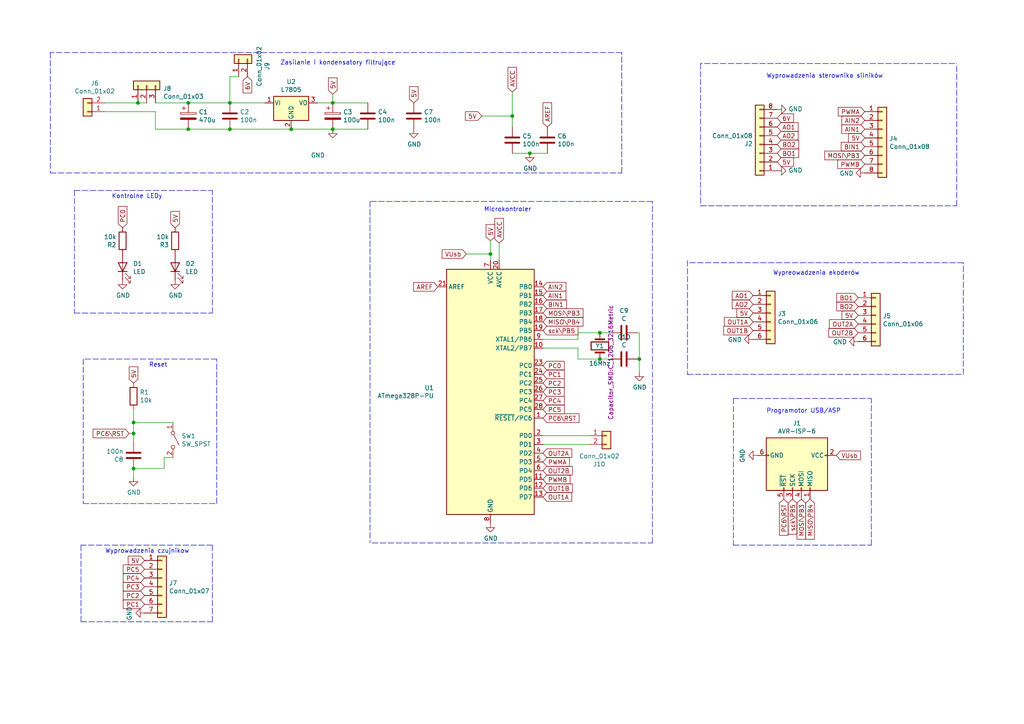
<source format=kicad_sch>
(kicad_sch (version 20211123) (generator eeschema)
  (paper "A4")
  (lib_symbols
    (symbol "Connector:AVR-ISP-6" (pin_names (offset 1.016))
      (property "Reference" "J" (at -6.35 11.43 0))
      (property "Value" "AVR-ISP-6" (at 0 11.43 0))
      (symbol "AVR-ISP-6_0_1"
        (rectangle (start -2.667 -6.858) (end -2.413 -7.62))
        (rectangle (start -2.667 10.16) (end -2.413 9.398))
        (rectangle (start 7.62 -2.413) (end 6.858 -2.667))
        (rectangle (start 7.62 0.127) (end 6.858 -0.127))
        (rectangle (start 7.62 2.667) (end 6.858 2.413))
        (rectangle (start 7.62 5.207) (end 6.858 4.953))
        (rectangle (start 7.62 10.16) (end -7.62 -7.62) (stroke (width 0.254)) (fill (type background)))
      )
      (symbol "AVR-ISP-6_1_1"
        (pin passive line (at 10.16 5.08 180) (length 2.54) (name "MISO") (number "1"))
        (pin passive line (at -2.54 12.7 270) (length 2.54) (name "VCC") (number "2"))
        (pin passive line (at 10.16 0 180) (length 2.54) (name "SCK") (number "3"))
        (pin passive line (at 10.16 2.54 180) (length 2.54) (name "MOSI") (number "4"))
        (pin passive line (at 10.16 -2.54 180) (length 2.54) (name "~{RST}") (number "5"))
        (pin passive line (at -2.54 -10.16 90) (length 2.54) (name "GND") (number "6"))
      )
    )
    (symbol "Connector_Generic:Conn_01x02" (pin_names (offset 1.016) hide)
      (property "Reference" "J" (at 0 2.54 0))
      (property "Value" "Conn_01x02" (at 0 -5.08 0))
      (symbol "Conn_01x02_1_1"
        (rectangle (start -1.27 -2.413) (end 0 -2.667) (stroke (width 0.1524)))
        (rectangle (start -1.27 0.127) (end 0 -0.127) (stroke (width 0.1524)))
        (rectangle (start -1.27 1.27) (end 1.27 -3.81) (stroke (width 0.254)) (fill (type background)))
        (pin passive line (at -5.08 0 0) (length 3.81) (name "Pin_1") (number "1"))
        (pin passive line (at -5.08 -2.54 0) (length 3.81) (name "Pin_2") (number "2"))
      )
    )
    (symbol "Connector_Generic:Conn_01x03" (pin_names (offset 1.016) hide)
      (property "Reference" "J" (at 0 5.08 0))
      (property "Value" "Conn_01x03" (at 0 -5.08 0))
      (symbol "Conn_01x03_1_1"
        (rectangle (start -1.27 -2.413) (end 0 -2.667) (stroke (width 0.1524)))
        (rectangle (start -1.27 0.127) (end 0 -0.127) (stroke (width 0.1524)))
        (rectangle (start -1.27 2.667) (end 0 2.413) (stroke (width 0.1524)))
        (rectangle (start -1.27 3.81) (end 1.27 -3.81) (stroke (width 0.254)) (fill (type background)))
        (pin passive line (at -5.08 2.54 0) (length 3.81) (name "Pin_1") (number "1"))
        (pin passive line (at -5.08 0 0) (length 3.81) (name "Pin_2") (number "2"))
        (pin passive line (at -5.08 -2.54 0) (length 3.81) (name "Pin_3") (number "3"))
      )
    )
    (symbol "Connector_Generic:Conn_01x06" (pin_names (offset 1.016) hide)
      (property "Reference" "J" (at 0 7.62 0))
      (property "Value" "Conn_01x06" (at 0 -10.16 0))
      (symbol "Conn_01x06_1_1"
        (rectangle (start -1.27 -7.493) (end 0 -7.747) (stroke (width 0.1524)))
        (rectangle (start -1.27 -4.953) (end 0 -5.207) (stroke (width 0.1524)))
        (rectangle (start -1.27 -2.413) (end 0 -2.667) (stroke (width 0.1524)))
        (rectangle (start -1.27 0.127) (end 0 -0.127) (stroke (width 0.1524)))
        (rectangle (start -1.27 2.667) (end 0 2.413) (stroke (width 0.1524)))
        (rectangle (start -1.27 5.207) (end 0 4.953) (stroke (width 0.1524)))
        (rectangle (start -1.27 6.35) (end 1.27 -8.89) (stroke (width 0.254)) (fill (type background)))
        (pin passive line (at -5.08 5.08 0) (length 3.81) (name "Pin_1") (number "1"))
        (pin passive line (at -5.08 2.54 0) (length 3.81) (name "Pin_2") (number "2"))
        (pin passive line (at -5.08 0 0) (length 3.81) (name "Pin_3") (number "3"))
        (pin passive line (at -5.08 -2.54 0) (length 3.81) (name "Pin_4") (number "4"))
        (pin passive line (at -5.08 -5.08 0) (length 3.81) (name "Pin_5") (number "5"))
        (pin passive line (at -5.08 -7.62 0) (length 3.81) (name "Pin_6") (number "6"))
      )
    )
    (symbol "Connector_Generic:Conn_01x07" (pin_names (offset 1.016) hide)
      (property "Reference" "J" (at 0 10.16 0))
      (property "Value" "Conn_01x07" (at 0 -10.16 0))
      (symbol "Conn_01x07_1_1"
        (rectangle (start -1.27 -7.493) (end 0 -7.747) (stroke (width 0.1524)))
        (rectangle (start -1.27 -4.953) (end 0 -5.207) (stroke (width 0.1524)))
        (rectangle (start -1.27 -2.413) (end 0 -2.667) (stroke (width 0.1524)))
        (rectangle (start -1.27 0.127) (end 0 -0.127) (stroke (width 0.1524)))
        (rectangle (start -1.27 2.667) (end 0 2.413) (stroke (width 0.1524)))
        (rectangle (start -1.27 5.207) (end 0 4.953) (stroke (width 0.1524)))
        (rectangle (start -1.27 7.747) (end 0 7.493) (stroke (width 0.1524)))
        (rectangle (start -1.27 8.89) (end 1.27 -8.89) (stroke (width 0.254)) (fill (type background)))
        (pin passive line (at -5.08 7.62 0) (length 3.81) (name "Pin_1") (number "1"))
        (pin passive line (at -5.08 5.08 0) (length 3.81) (name "Pin_2") (number "2"))
        (pin passive line (at -5.08 2.54 0) (length 3.81) (name "Pin_3") (number "3"))
        (pin passive line (at -5.08 0 0) (length 3.81) (name "Pin_4") (number "4"))
        (pin passive line (at -5.08 -2.54 0) (length 3.81) (name "Pin_5") (number "5"))
        (pin passive line (at -5.08 -5.08 0) (length 3.81) (name "Pin_6") (number "6"))
        (pin passive line (at -5.08 -7.62 0) (length 3.81) (name "Pin_7") (number "7"))
      )
    )
    (symbol "Connector_Generic:Conn_01x08" (pin_names (offset 1.016) hide)
      (property "Reference" "J" (at 0 10.16 0))
      (property "Value" "Conn_01x08" (at 0 -12.7 0))
      (symbol "Conn_01x08_1_1"
        (rectangle (start -1.27 -10.033) (end 0 -10.287) (stroke (width 0.1524)))
        (rectangle (start -1.27 -7.493) (end 0 -7.747) (stroke (width 0.1524)))
        (rectangle (start -1.27 -4.953) (end 0 -5.207) (stroke (width 0.1524)))
        (rectangle (start -1.27 -2.413) (end 0 -2.667) (stroke (width 0.1524)))
        (rectangle (start -1.27 0.127) (end 0 -0.127) (stroke (width 0.1524)))
        (rectangle (start -1.27 2.667) (end 0 2.413) (stroke (width 0.1524)))
        (rectangle (start -1.27 5.207) (end 0 4.953) (stroke (width 0.1524)))
        (rectangle (start -1.27 7.747) (end 0 7.493) (stroke (width 0.1524)))
        (rectangle (start -1.27 8.89) (end 1.27 -11.43) (stroke (width 0.254)) (fill (type background)))
        (pin passive line (at -5.08 7.62 0) (length 3.81) (name "Pin_1") (number "1"))
        (pin passive line (at -5.08 5.08 0) (length 3.81) (name "Pin_2") (number "2"))
        (pin passive line (at -5.08 2.54 0) (length 3.81) (name "Pin_3") (number "3"))
        (pin passive line (at -5.08 0 0) (length 3.81) (name "Pin_4") (number "4"))
        (pin passive line (at -5.08 -2.54 0) (length 3.81) (name "Pin_5") (number "5"))
        (pin passive line (at -5.08 -5.08 0) (length 3.81) (name "Pin_6") (number "6"))
        (pin passive line (at -5.08 -7.62 0) (length 3.81) (name "Pin_7") (number "7"))
        (pin passive line (at -5.08 -10.16 0) (length 3.81) (name "Pin_8") (number "8"))
      )
    )
    (symbol "Device:C" (pin_numbers hide) (pin_names (offset 0.254))
      (property "Reference" "C" (at 0.635 2.54 0))
      (property "Value" "C" (at 0.635 -2.54 0))
      (symbol "C_0_1"
        (polyline (pts (xy -2.032 -0.762) (xy 2.032 -0.762)) (stroke (width 0.508)))
        (polyline (pts (xy -2.032 0.762) (xy 2.032 0.762)) (stroke (width 0.508)))
      )
      (symbol "C_1_1"
        (pin passive line (at 0 3.81 270) (length 2.794) (name "~") (number "1"))
        (pin passive line (at 0 -3.81 90) (length 2.794) (name "~") (number "2"))
      )
    )
    (symbol "Device:Crystal" (pin_numbers hide) (pin_names (offset 1.016) hide)
      (property "Reference" "Y" (at 0 3.81 0))
      (property "Value" "Crystal" (at 0 -3.81 0))
      (symbol "Crystal_0_1"
        (rectangle (start -1.143 2.54) (end 1.143 -2.54) (stroke (width 0.3048)))
        (polyline (pts (xy -2.54 0) (xy -1.905 0)))
        (polyline (pts (xy -1.905 -1.27) (xy -1.905 1.27)) (stroke (width 0.508)))
        (polyline (pts (xy 1.905 -1.27) (xy 1.905 1.27)) (stroke (width 0.508)))
        (polyline (pts (xy 2.54 0) (xy 1.905 0)))
      )
      (symbol "Crystal_1_1"
        (pin passive line (at -3.81 0 0) (length 1.27) (name "1") (number "1"))
        (pin passive line (at 3.81 0 180) (length 1.27) (name "2") (number "2"))
      )
    )
    (symbol "Device:LED" (pin_numbers hide) (pin_names (offset 1.016) hide)
      (property "Reference" "D" (at 0 2.54 0))
      (property "Value" "LED" (at 0 -2.54 0))
      (symbol "LED_0_1"
        (polyline (pts (xy -1.27 -1.27) (xy -1.27 1.27)) (stroke (width 0.254)))
        (polyline (pts (xy -1.27 0) (xy 1.27 0)))
        (polyline (pts (xy 1.27 -1.27) (xy 1.27 1.27) (xy -1.27 0) (xy 1.27 -1.27)) (stroke (width 0.254)))
        (polyline (pts (xy -3.048 -0.762) (xy -4.572 -2.286) (xy -3.81 -2.286) (xy -4.572 -2.286) (xy -4.572 -1.524)))
        (polyline (pts (xy -1.778 -0.762) (xy -3.302 -2.286) (xy -2.54 -2.286) (xy -3.302 -2.286) (xy -3.302 -1.524)))
      )
      (symbol "LED_1_1"
        (pin passive line (at -3.81 0 0) (length 2.54) (name "K") (number "1"))
        (pin passive line (at 3.81 0 180) (length 2.54) (name "A") (number "2"))
      )
    )
    (symbol "Device:R" (pin_numbers hide) (pin_names (offset 0))
      (property "Reference" "R" (at 2.032 0 90))
      (property "Value" "R" (at 0 0 90))
      (symbol "R_0_1"
        (rectangle (start -1.016 -2.54) (end 1.016 2.54) (stroke (width 0.254)))
      )
      (symbol "R_1_1"
        (pin passive line (at 0 3.81 270) (length 1.27) (name "~") (number "1"))
        (pin passive line (at 0 -3.81 90) (length 1.27) (name "~") (number "2"))
      )
    )
    (symbol "RM1-rescue:ATmega328P-PU-MCU_Microchip_ATmega"
      (property "Reference" "U" (at -12.7 36.83 0))
      (property "Value" "ATmega328P-PU-MCU_Microchip_ATmega" (at 2.54 -36.83 0))
      (symbol "ATmega328P-PU-MCU_Microchip_ATmega_0_1"
        (rectangle (start -12.7 -35.56) (end 12.7 35.56) (stroke (width 0.254)) (fill (type background)))
      )
      (symbol "ATmega328P-PU-MCU_Microchip_ATmega_1_1"
        (pin bidirectional line (at 15.24 -7.62 180) (length 2.54) (name "~{RESET}/PC6") (number "1"))
        (pin bidirectional line (at 15.24 12.7 180) (length 2.54) (name "XTAL2/PB7") (number "10"))
        (pin bidirectional line (at 15.24 -25.4 180) (length 2.54) (name "PD5") (number "11"))
        (pin bidirectional line (at 15.24 -27.94 180) (length 2.54) (name "PD6") (number "12"))
        (pin bidirectional line (at 15.24 -30.48 180) (length 2.54) (name "PD7") (number "13"))
        (pin bidirectional line (at 15.24 30.48 180) (length 2.54) (name "PB0") (number "14"))
        (pin bidirectional line (at 15.24 27.94 180) (length 2.54) (name "PB1") (number "15"))
        (pin bidirectional line (at 15.24 25.4 180) (length 2.54) (name "PB2") (number "16"))
        (pin bidirectional line (at 15.24 22.86 180) (length 2.54) (name "PB3") (number "17"))
        (pin bidirectional line (at 15.24 20.32 180) (length 2.54) (name "PB4") (number "18"))
        (pin bidirectional line (at 15.24 17.78 180) (length 2.54) (name "PB5") (number "19"))
        (pin bidirectional line (at 15.24 -12.7 180) (length 2.54) (name "PD0") (number "2"))
        (pin power_in line (at 2.54 38.1 270) (length 2.54) (name "AVCC") (number "20"))
        (pin passive line (at -15.24 30.48 0) (length 2.54) (name "AREF") (number "21"))
        (pin passive line (at 0 -38.1 90) (length 2.54) hide (name "GND") (number "22"))
        (pin bidirectional line (at 15.24 7.62 180) (length 2.54) (name "PC0") (number "23"))
        (pin bidirectional line (at 15.24 5.08 180) (length 2.54) (name "PC1") (number "24"))
        (pin bidirectional line (at 15.24 2.54 180) (length 2.54) (name "PC2") (number "25"))
        (pin bidirectional line (at 15.24 0 180) (length 2.54) (name "PC3") (number "26"))
        (pin bidirectional line (at 15.24 -2.54 180) (length 2.54) (name "PC4") (number "27"))
        (pin bidirectional line (at 15.24 -5.08 180) (length 2.54) (name "PC5") (number "28"))
        (pin bidirectional line (at 15.24 -15.24 180) (length 2.54) (name "PD1") (number "3"))
        (pin bidirectional line (at 15.24 -17.78 180) (length 2.54) (name "PD2") (number "4"))
        (pin bidirectional line (at 15.24 -20.32 180) (length 2.54) (name "PD3") (number "5"))
        (pin bidirectional line (at 15.24 -22.86 180) (length 2.54) (name "PD4") (number "6"))
        (pin power_in line (at 0 38.1 270) (length 2.54) (name "VCC") (number "7"))
        (pin power_in line (at 0 -38.1 90) (length 2.54) (name "GND") (number "8"))
        (pin bidirectional line (at 15.24 15.24 180) (length 2.54) (name "XTAL1/PB6") (number "9"))
      )
    )
    (symbol "RM1-rescue:CP-Device" (pin_numbers hide) (pin_names (offset 0.254))
      (property "Reference" "C" (at 0.635 2.54 0))
      (property "Value" "CP-Device" (at 0.635 -2.54 0))
      (symbol "CP-Device_0_1"
        (rectangle (start -2.286 0.508) (end 2.286 1.016))
        (polyline (pts (xy -1.778 2.286) (xy -0.762 2.286)))
        (polyline (pts (xy -1.27 2.794) (xy -1.27 1.778)))
        (rectangle (start 2.286 -0.508) (end -2.286 -1.016) (fill (type outline)))
      )
      (symbol "CP-Device_1_1"
        (pin passive line (at 0 3.81 270) (length 2.794) (name "~") (number "1"))
        (pin passive line (at 0 -3.81 90) (length 2.794) (name "~") (number "2"))
      )
    )
    (symbol "Regulator_Linear:LM7805_TO220" (pin_names (offset 0.254))
      (property "Reference" "U" (at -3.81 3.175 0))
      (property "Value" "LM7805_TO220" (at 0 3.175 0))
      (symbol "LM7805_TO220_0_1"
        (rectangle (start -5.08 1.905) (end 5.08 -5.08) (stroke (width 0.254)) (fill (type background)))
      )
      (symbol "LM7805_TO220_1_1"
        (pin power_in line (at -7.62 0 0) (length 2.54) (name "VI") (number "1"))
        (pin power_in line (at 0 -7.62 90) (length 2.54) (name "GND") (number "2"))
        (pin power_out line (at 7.62 0 180) (length 2.54) (name "VO") (number "3"))
      )
    )
    (symbol "Switch:SW_SPST" (pin_names (offset 0) hide)
      (property "Reference" "SW" (at 0 3.175 0))
      (property "Value" "SW_SPST" (at 0 -2.54 0))
      (symbol "SW_SPST_0_0"
        (circle (center -2.032 0) (radius 0.508))
        (polyline (pts (xy -1.524 0.254) (xy 1.524 1.778)))
        (circle (center 2.032 0) (radius 0.508))
      )
      (symbol "SW_SPST_1_1"
        (pin passive line (at -5.08 0 0) (length 2.54) (name "A") (number "1"))
        (pin passive line (at 5.08 0 180) (length 2.54) (name "B") (number "2"))
      )
    )
    (symbol "power:GND" (power) (pin_names (offset 0))
      (property "Value" "GND" (at 0 -3.81 0))
      (symbol "GND_0_1"
        (polyline (pts (xy 0 0) (xy 0 -1.27) (xy 1.27 -1.27) (xy 0 -2.54) (xy -1.27 -1.27) (xy 0 -1.27)))
      )
      (symbol "GND_1_1"
        (pin power_in line (at 0 0 270) (length 0) hide (name "GND") (number "1"))
      )
    )
  )
  (junction (at 54.61 29.845))
  (junction (at 40.005 29.845))
  (junction (at 96.52 29.845))
  (junction (at 142.24 73.66))
  (junction (at 54.61 37.465))
  (junction (at 173.99 104.14))
  (junction (at 66.675 29.845))
  (junction (at 38.735 125.73))
  (junction (at 96.52 37.465))
  (junction (at 185.42 104.14))
  (junction (at 84.455 37.465))
  (junction (at 148.59 33.655))
  (junction (at 38.735 135.89))
  (junction (at 153.67 44.45))
  (junction (at 66.675 37.465))
  (junction (at 38.735 122.555))
  (junction (at 173.99 96.52))
  (polyline (pts (xy 189.23 58.42) (xy 107.315 58.42)))
  (wire (pts (xy 148.59 44.45) (xy 153.67 44.45)))
  (wire (pts (xy 177.165 104.14) (xy 173.99 104.14)))
  (wire (pts (xy 157.48 126.365) (xy 170.815 126.365)))
  (wire (pts (xy 66.675 37.465) (xy 84.455 37.465)))
  (wire (pts (xy 45.085 37.465) (xy 54.61 37.465)))
  (wire (pts (xy 54.61 29.845) (xy 66.675 29.845)))
  (polyline (pts (xy 21.59 90.805) (xy 61.595 90.805)))
  (wire (pts (xy 84.455 37.465) (xy 96.52 37.465)))
  (polyline (pts (xy 61.595 158.115) (xy 23.495 158.115)))
  (polyline (pts (xy 61.595 180.34) (xy 61.595 158.115)))
  (wire (pts (xy 96.52 27.305) (xy 96.52 29.845)))
  (polyline (pts (xy 212.725 158.115) (xy 252.73 158.115)))
  (polyline (pts (xy 180.34 15.24) (xy 14.605 15.24)))
  (polyline (pts (xy 199.39 108.585) (xy 279.4 108.585)))
  (polyline (pts (xy 279.4 76.2) (xy 199.39 76.2)))
  (wire (pts (xy 148.59 33.655) (xy 139.7 33.655)))
  (wire (pts (xy 38.735 125.73) (xy 38.735 128.27)))
  (polyline (pts (xy 24.13 104.14) (xy 24.13 146.05)))
  (wire (pts (xy 66.675 29.845) (xy 76.835 29.845)))
  (wire (pts (xy 185.42 96.52) (xy 185.42 104.14)))
  (polyline (pts (xy 62.865 104.14) (xy 24.13 104.14)))
  (polyline (pts (xy 203.2 18.415) (xy 203.2 59.69)))
  (wire (pts (xy 66.675 22.225) (xy 69.215 22.225)))
  (wire (pts (xy 157.48 98.425) (xy 167.64 98.425)))
  (wire (pts (xy 54.61 37.465) (xy 66.675 37.465)))
  (wire (pts (xy 148.59 26.67) (xy 148.59 33.655)))
  (polyline (pts (xy 180.34 50.165) (xy 180.34 15.24)))
  (polyline (pts (xy 212.725 115.57) (xy 212.725 158.115)))
  (polyline (pts (xy 107.315 58.42) (xy 107.315 157.48)))
  (polyline (pts (xy 14.605 50.165) (xy 180.34 50.165)))
  (polyline (pts (xy 189.23 157.48) (xy 189.23 58.42)))
  (wire (pts (xy 40.005 29.845) (xy 30.48 29.845)))
  (wire (pts (xy 50.165 132.715) (xy 47.625 132.715)))
  (polyline (pts (xy 61.595 90.805) (xy 61.595 55.245)))
  (wire (pts (xy 167.64 96.52) (xy 173.99 96.52)))
  (wire (pts (xy 185.42 107.95) (xy 185.42 104.14)))
  (polyline (pts (xy 276.86 18.415) (xy 203.2 18.415)))
  (wire (pts (xy 92.075 29.845) (xy 96.52 29.845)))
  (wire (pts (xy 167.64 104.14) (xy 173.99 104.14)))
  (wire (pts (xy 177.165 96.52) (xy 173.99 96.52)))
  (wire (pts (xy 38.735 122.555) (xy 38.735 118.745)))
  (polyline (pts (xy 14.605 15.24) (xy 14.605 50.165)))
  (wire (pts (xy 38.735 122.555) (xy 50.165 122.555)))
  (wire (pts (xy 38.735 135.89) (xy 47.625 135.89)))
  (wire (pts (xy 106.68 29.845) (xy 96.52 29.845)))
  (polyline (pts (xy 107.95 157.48) (xy 189.23 157.48)))
  (wire (pts (xy 167.64 98.425) (xy 167.64 96.52)))
  (wire (pts (xy 185.42 104.14) (xy 184.785 104.14)))
  (polyline (pts (xy 277.495 59.69) (xy 277.495 18.415)))
  (wire (pts (xy 30.48 32.385) (xy 45.085 32.385)))
  (polyline (pts (xy 279.4 108.585) (xy 279.4 76.2)))
  (wire (pts (xy 45.085 32.385) (xy 45.085 37.465)))
  (wire (pts (xy 153.67 44.45) (xy 158.75 44.45)))
  (wire (pts (xy 42.545 29.845) (xy 40.005 29.845)))
  (wire (pts (xy 45.085 29.845) (xy 54.61 29.845)))
  (wire (pts (xy 38.735 135.89) (xy 38.735 138.43)))
  (polyline (pts (xy 212.725 115.57) (xy 252.73 115.57)))
  (polyline (pts (xy 21.59 55.245) (xy 61.595 55.245)))
  (polyline (pts (xy 24.13 146.05) (xy 62.865 146.05)))
  (wire (pts (xy 167.64 100.965) (xy 167.64 104.14)))
  (wire (pts (xy 144.78 70.485) (xy 144.78 75.565)))
  (polyline (pts (xy 199.39 75.565) (xy 199.39 108.585)))
  (polyline (pts (xy 252.73 158.115) (xy 252.73 115.57)))
  (wire (pts (xy 157.48 100.965) (xy 167.64 100.965)))
  (wire (pts (xy 37.465 125.73) (xy 38.735 125.73)))
  (wire (pts (xy 142.24 75.565) (xy 142.24 73.66)))
  (wire (pts (xy 96.52 37.465) (xy 106.68 37.465)))
  (polyline (pts (xy 21.59 55.245) (xy 21.59 90.805)))
  (wire (pts (xy 148.59 33.655) (xy 148.59 36.83)))
  (wire (pts (xy 66.675 22.225) (xy 66.675 29.845)))
  (polyline (pts (xy 203.2 59.69) (xy 277.495 59.69)))
  (wire (pts (xy 157.48 128.905) (xy 170.815 128.905)))
  (polyline (pts (xy 23.495 180.34) (xy 61.595 180.34)))
  (polyline (pts (xy 62.865 146.05) (xy 62.865 104.14)))
  (wire (pts (xy 142.24 73.66) (xy 142.24 69.85)))
  (polyline (pts (xy 23.495 158.115) (xy 23.495 180.34)))
  (wire (pts (xy 47.625 132.715) (xy 47.625 135.89)))
  (wire (pts (xy 135.255 73.66) (xy 142.24 73.66)))
  (wire (pts (xy 38.735 122.555) (xy 38.735 125.73)))
  (wire (pts (xy 185.42 96.52) (xy 184.785 96.52)))
  (text "Wypreowadzenia ekoderów\n" (at 224.155 80.01 0) (effects (font (size 1.27 1.27)) (justify left bottom)))
  (text "Zasilanie i kondensatory filtrujące" (at 81.28 19.05 0) (effects (font (size 1.27 1.27)) (justify left bottom)))
  (text "Wyprowadzenia sterownika silników" (at 222.25 22.86 0) (effects (font (size 1.27 1.27)) (justify left bottom)))
  (text "Microkontroler\n" (at 140.335 61.595 0) (effects (font (size 1.27 1.27)) (justify left bottom)))
  (text "Reset\n" (at 43.18 106.68 0) (effects (font (size 1.27 1.27)) (justify left bottom)))
  (text "Wyprowadzenia czujnikow\n" (at 30.48 160.655 0) (effects (font (size 1.27 1.27)) (justify left bottom)))
  (text "Programotor USB/ASP" (at 222.25 120.015 0) (effects (font (size 1.27 1.27)) (justify left bottom)))
  (text "Kontrolne LEDy\n" (at 32.385 57.785 0) (effects (font (size 1.27 1.27)) (justify left bottom)))
  (global_label "5V" (shape input) (at 225.425 46.99 0) (property "Intersheet References" "${INTERSHEET_REFS}" (effects hide)))
  (global_label "MISO\\PB4" (shape input) (at 157.48 93.345 0) (property "Intersheet References" "${INTERSHEET_REFS}" (effects hide)))
  (global_label "MISO\\PB4" (shape input) (at 234.95 144.78 270) (property "Intersheet References" "${INTERSHEET_REFS}" (effects hide)))
  (global_label "BO2" (shape input) (at 225.425 41.91 0) (property "Intersheet References" "${INTERSHEET_REFS}" (effects hide)))
  (global_label "AO1" (shape input) (at 218.44 85.725 180) (property "Intersheet References" "${INTERSHEET_REFS}" (effects hide)))
  (global_label "PWMB" (shape input) (at 157.48 139.065 0) (property "Intersheet References" "${INTERSHEET_REFS}" (effects hide)))
  (global_label "OUT2A" (shape input) (at 248.92 93.98 180) (property "Intersheet References" "${INTERSHEET_REFS}" (effects hide)))
  (global_label "BO1" (shape input) (at 248.92 86.36 180) (property "Intersheet References" "${INTERSHEET_REFS}" (effects hide)))
  (global_label "OUT1B" (shape input) (at 218.44 95.885 180) (property "Intersheet References" "${INTERSHEET_REFS}" (effects hide)))
  (global_label "PC0" (shape input) (at 157.48 106.045 0) (property "Intersheet References" "${INTERSHEET_REFS}" (effects hide)))
  (global_label "5V" (shape input) (at 248.92 91.44 180) (property "Intersheet References" "${INTERSHEET_REFS}" (effects hide)))
  (global_label "5V" (shape input) (at 142.24 69.85 90) (property "Intersheet References" "${INTERSHEET_REFS}" (effects hide)))
  (global_label "PWMB" (shape input) (at 250.825 47.625 180) (property "Intersheet References" "${INTERSHEET_REFS}" (effects hide)))
  (global_label "PC5" (shape input) (at 41.91 165.1 180) (property "Intersheet References" "${INTERSHEET_REFS}" (effects hide)))
  (global_label "sck\\PB5" (shape input) (at 157.48 95.885 0) (property "Intersheet References" "${INTERSHEET_REFS}" (effects hide)))
  (global_label "PC6\\RST" (shape input) (at 227.33 144.78 270) (property "Intersheet References" "${INTERSHEET_REFS}" (effects hide)))
  (global_label "OUT2A" (shape input) (at 157.48 131.445 0) (property "Intersheet References" "${INTERSHEET_REFS}" (effects hide)))
  (global_label "MOSI\\PB3" (shape input) (at 250.825 45.085 180) (property "Intersheet References" "${INTERSHEET_REFS}" (effects hide)))
  (global_label "PC3" (shape input) (at 41.91 170.18 180) (property "Intersheet References" "${INTERSHEET_REFS}" (effects hide)))
  (global_label "OUT1B" (shape input) (at 157.48 141.605 0) (property "Intersheet References" "${INTERSHEET_REFS}" (effects hide)))
  (global_label "5V" (shape input) (at 50.8 66.04 90) (property "Intersheet References" "${INTERSHEET_REFS}" (effects hide)))
  (global_label "sck\\PB5" (shape input) (at 229.87 144.78 270) (property "Intersheet References" "${INTERSHEET_REFS}" (effects hide)))
  (global_label "AO2" (shape input) (at 218.44 88.265 180) (property "Intersheet References" "${INTERSHEET_REFS}" (effects hide)))
  (global_label "PWMA" (shape input) (at 250.825 32.385 180) (property "Intersheet References" "${INTERSHEET_REFS}" (effects hide)))
  (global_label "5V" (shape input) (at 120.015 29.845 90) (property "Intersheet References" "${INTERSHEET_REFS}" (effects hide)))
  (global_label "PC2" (shape input) (at 41.91 172.72 180) (property "Intersheet References" "${INTERSHEET_REFS}" (effects hide)))
  (global_label "MOSI\\PB3" (shape input) (at 157.48 90.805 0) (property "Intersheet References" "${INTERSHEET_REFS}" (effects hide)))
  (global_label "PC4" (shape input) (at 41.91 167.64 180) (property "Intersheet References" "${INTERSHEET_REFS}" (effects hide)))
  (global_label "AREF" (shape input) (at 127 83.185 180) (property "Intersheet References" "${INTERSHEET_REFS}" (effects hide)))
  (global_label "PWMA" (shape input) (at 157.48 133.985 0) (property "Intersheet References" "${INTERSHEET_REFS}" (effects hide)))
  (global_label "AVCC" (shape input) (at 148.59 26.67 90) (property "Intersheet References" "${INTERSHEET_REFS}" (effects hide)))
  (global_label "AO1" (shape input) (at 225.425 36.83 0) (property "Intersheet References" "${INTERSHEET_REFS}" (effects hide)))
  (global_label "PC2" (shape input) (at 157.48 111.125 0) (property "Intersheet References" "${INTERSHEET_REFS}" (effects hide)))
  (global_label "PC4" (shape input) (at 157.48 116.205 0) (property "Intersheet References" "${INTERSHEET_REFS}" (effects hide)))
  (global_label "OUT2B" (shape input) (at 157.48 136.525 0) (property "Intersheet References" "${INTERSHEET_REFS}" (effects hide)))
  (global_label "PC5" (shape input) (at 157.48 118.745 0) (property "Intersheet References" "${INTERSHEET_REFS}" (effects hide)))
  (global_label "5V" (shape input) (at 139.7 33.655 180) (property "Intersheet References" "${INTERSHEET_REFS}" (effects hide)))
  (global_label "AIN2" (shape input) (at 250.825 34.925 180) (property "Intersheet References" "${INTERSHEET_REFS}" (effects hide)))
  (global_label "PC3" (shape input) (at 157.48 113.665 0) (property "Intersheet References" "${INTERSHEET_REFS}" (effects hide)))
  (global_label "BIN1" (shape input) (at 250.825 42.545 180) (property "Intersheet References" "${INTERSHEET_REFS}" (effects hide)))
  (global_label "AO2" (shape input) (at 225.425 39.37 0) (property "Intersheet References" "${INTERSHEET_REFS}" (effects hide)))
  (global_label "VUsb" (shape input) (at 135.255 73.66 180) (property "Intersheet References" "${INTERSHEET_REFS}" (effects hide)))
  (global_label "PC1" (shape input) (at 157.48 108.585 0) (property "Intersheet References" "${INTERSHEET_REFS}" (effects hide)))
  (global_label "6V" (shape input) (at 71.755 22.225 270) (property "Intersheet References" "${INTERSHEET_REFS}" (effects hide)))
  (global_label "BO1" (shape input) (at 225.425 44.45 0) (property "Intersheet References" "${INTERSHEET_REFS}" (effects hide)))
  (global_label "MOSI\\PB3" (shape input) (at 232.41 144.78 270) (property "Intersheet References" "${INTERSHEET_REFS}" (effects hide)))
  (global_label "BIN1" (shape input) (at 157.48 88.265 0) (property "Intersheet References" "${INTERSHEET_REFS}" (effects hide)))
  (global_label "OUT1A" (shape input) (at 218.44 93.345 180) (property "Intersheet References" "${INTERSHEET_REFS}" (effects hide)))
  (global_label "5V" (shape input) (at 38.735 111.125 90) (property "Intersheet References" "${INTERSHEET_REFS}" (effects hide)))
  (global_label "5V" (shape input) (at 218.44 90.805 180) (property "Intersheet References" "${INTERSHEET_REFS}" (effects hide)))
  (global_label "5V" (shape input) (at 41.91 162.56 180) (property "Intersheet References" "${INTERSHEET_REFS}" (effects hide)))
  (global_label "PC6\\RST" (shape input) (at 157.48 121.285 0) (property "Intersheet References" "${INTERSHEET_REFS}" (effects hide)))
  (global_label "AIN1" (shape input) (at 250.825 37.465 180) (property "Intersheet References" "${INTERSHEET_REFS}" (effects hide)))
  (global_label "AVCC" (shape input) (at 144.78 70.485 90) (property "Intersheet References" "${INTERSHEET_REFS}" (effects hide)))
  (global_label "PC0" (shape input) (at 35.56 66.04 90) (property "Intersheet References" "${INTERSHEET_REFS}" (effects hide)))
  (global_label "AREF" (shape input) (at 158.75 36.83 90) (property "Intersheet References" "${INTERSHEET_REFS}" (effects hide)))
  (global_label "5V" (shape input) (at 96.52 27.305 90) (property "Intersheet References" "${INTERSHEET_REFS}" (effects hide)))
  (global_label "PC1" (shape input) (at 41.91 175.26 180) (property "Intersheet References" "${INTERSHEET_REFS}" (effects hide)))
  (global_label "AIN1" (shape input) (at 157.48 85.725 0) (property "Intersheet References" "${INTERSHEET_REFS}" (effects hide)))
  (global_label "BO2" (shape input) (at 248.92 88.9 180) (property "Intersheet References" "${INTERSHEET_REFS}" (effects hide)))
  (global_label "AIN2" (shape input) (at 157.48 83.185 0) (property "Intersheet References" "${INTERSHEET_REFS}" (effects hide)))
  (global_label "OUT1A" (shape input) (at 157.48 144.145 0) (property "Intersheet References" "${INTERSHEET_REFS}" (effects hide)))
  (global_label "VUsb" (shape input) (at 242.57 132.08 0) (property "Intersheet References" "${INTERSHEET_REFS}" (effects hide)))
  (global_label "OUT2B" (shape input) (at 248.92 96.52 180) (property "Intersheet References" "${INTERSHEET_REFS}" (effects hide)))
  (global_label "PC6\\RST" (shape input) (at 37.465 125.73 180) (property "Intersheet References" "${INTERSHEET_REFS}" (effects hide)))
  (global_label "5V" (shape input) (at 250.825 40.005 180) (property "Intersheet References" "${INTERSHEET_REFS}" (effects hide)))
  (global_label "6V" (shape input) (at 225.425 34.29 0) (property "Intersheet References" "${INTERSHEET_REFS}" (effects hide)))
  (symbol (lib_id "Connector_Generic:Conn_01x08") (at 220.345 41.91 180) (unit 1)
    (property "Reference" "J2" (at 218.313 41.7068 0) (effects (justify left)))
    (property "Value" "Conn_01x08" (at 218.313 39.3954 0) (effects (justify left)))
    (property "Footprint" "Connector_PinSocket_2.54mm:PinSocket_1x08_P2.54mm_Vertical" (effects hide))
  )
  (symbol (lib_id "Connector_Generic:Conn_01x08") (at 255.905 40.005 0) (unit 1)
    (property "Reference" "J4" (at 257.937 40.2082 0) (effects (justify left)))
    (property "Value" "Conn_01x08" (at 257.937 42.5196 0) (effects (justify left)))
    (property "Footprint" "Connector_PinSocket_2.54mm:PinSocket_1x08_P2.54mm_Vertical" (effects hide))
  )
  (symbol (lib_id "power:GND") (at 250.825 50.165 270) (unit 1)
    (property "Reference" "#PWR0111" (effects hide))
    (property "Value" "GND" (at 247.5738 50.292 90) (effects (justify right)))
  )
  (symbol (lib_id "power:GND") (at 225.425 31.75 90) (unit 1)
    (property "Reference" "#PWR0112" (effects hide))
    (property "Value" "GND" (at 228.6762 31.623 90) (effects (justify right)))
  )
  (symbol (lib_id "power:GND") (at 225.425 49.53 90) (unit 1)
    (property "Reference" "#PWR0113" (effects hide))
    (property "Value" "GND" (at 228.6762 49.403 90) (effects (justify right)))
  )
  (symbol (lib_id "Connector_Generic:Conn_01x06") (at 223.52 90.805 0) (unit 1)
    (property "Reference" "J3" (at 225.552 91.0082 0) (effects (justify left)))
    (property "Value" "Conn_01x06" (at 225.552 93.3196 0) (effects (justify left)))
    (property "Footprint" "Connector_PinSocket_2.54mm:PinSocket_1x06_P2.54mm_Vertical" (effects hide))
  )
  (symbol (lib_id "Connector_Generic:Conn_01x06") (at 254 91.44 0) (unit 1)
    (property "Reference" "J5" (at 256.032 91.6432 0) (effects (justify left)))
    (property "Value" "Conn_01x06" (at 256.032 93.9546 0) (effects (justify left)))
    (property "Footprint" "Connector_PinSocket_2.54mm:PinSocket_1x06_P2.54mm_Vertical" (effects hide))
  )
  (symbol (lib_id "power:GND") (at 218.44 98.425 270) (unit 1)
    (property "Reference" "#PWR0114" (effects hide))
    (property "Value" "GND" (at 215.1888 98.552 90) (effects (justify right)))
  )
  (symbol (lib_id "power:GND") (at 248.92 99.06 270) (unit 1)
    (property "Reference" "#PWR0115" (effects hide))
    (property "Value" "GND" (at 245.6688 99.187 90) (effects (justify right)))
  )
  (symbol (lib_id "RM1-rescue:ATmega328P-PU-MCU_Microchip_ATmega") (at 142.24 113.665 0) (unit 1)
    (property "Reference" "U1" (at 125.8824 112.4966 0) (effects (justify right)))
    (property "Value" "ATmega328P-PU" (at 125.8824 114.808 0) (effects (justify right)))
    (property "Footprint" "Package_QFP:TQFP-32_7x7mm_P0.8mm" (effects hide))
    (property "Datasheet" "http://ww1.microchip.com/downloads/en/DeviceDoc/ATmega328_P%20AVR%20MCU%20with%20picoPower%20Technology%20Data%20Sheet%2040001984A.pdf" (effects hide))
  )
  (symbol (lib_id "Regulator_Linear:LM7805_TO220") (at 84.455 29.845 0) (unit 1)
    (property "Reference" "U2" (at 84.455 23.6982 0))
    (property "Value" "L7805" (at 84.455 26.0096 0))
    (property "Footprint" "Package_TO_SOT_THT:TO-220-3_Vertical" (effects hide))
    (property "Datasheet" "http://www.st.com/content/ccc/resource/technical/document/datasheet/41/4f/b3/b0/12/d4/47/88/CD00000444.pdf/files/CD00000444.pdf/jcr:content/translations/en.CD00000444.pdf" (effects hide))
  )
  (symbol (lib_id "RM1-rescue:CP-Device") (at 54.61 33.655 0) (unit 1)
    (property "Reference" "C1" (at 57.6072 32.4866 0) (effects (justify left)))
    (property "Value" "470u" (at 57.6072 34.798 0) (effects (justify left)))
    (property "Footprint" "Capacitor_THT:CP_Radial_D8.0mm_P3.50mm" (effects hide))
  )
  (symbol (lib_id "RM1-rescue:CP-Device") (at 96.52 33.655 0) (unit 1)
    (property "Reference" "C3" (at 99.5172 32.4866 0) (effects (justify left)))
    (property "Value" "100u" (at 99.5172 34.798 0) (effects (justify left)))
    (property "Footprint" "Capacitor_THT:CP_Radial_D8.0mm_P3.50mm" (effects hide))
  )
  (symbol (lib_id "power:GND") (at 96.52 37.465 0) (unit 1)
    (property "Reference" "#PWR0101" (effects hide))
    (property "Value" "GND" (at 92.202 45.0342 0))
  )
  (symbol (lib_id "Connector:AVR-ISP-6") (at 229.87 134.62 270) (unit 1)
    (property "Reference" "J1" (at 231.14 122.7582 90))
    (property "Value" "AVR-ISP-6" (at 231.14 125.0696 90))
    (property "Footprint" "Connector_PinSocket_2.54mm:PinSocket_2x03_P2.54mm_Vertical" (effects hide))
    (property "Datasheet" " ~" (effects hide))
  )
  (symbol (lib_id "power:GND") (at 219.71 132.08 270) (unit 1)
    (property "Reference" "#PWR0104" (effects hide))
    (property "Value" "GND" (at 215.3158 132.207 0))
  )
  (symbol (lib_id "power:GND") (at 153.67 44.45 0) (unit 1)
    (property "Reference" "#PWR0105" (effects hide))
    (property "Value" "GND" (at 153.797 48.8442 0))
  )
  (symbol (lib_id "Connector_Generic:Conn_01x02") (at 25.4 32.385 180) (unit 1)
    (property "Reference" "J6" (at 27.4828 24.13 0))
    (property "Value" "Conn_01x02" (at 27.4828 26.4414 0))
    (property "Footprint" "Connector_PinSocket_2.54mm:PinSocket_1x02_P2.54mm_Vertical" (effects hide))
  )
  (symbol (lib_id "Device:C") (at 120.015 33.655 0) (unit 1)
    (property "Reference" "C7" (at 122.936 32.4866 0) (effects (justify left)))
    (property "Value" "100n" (at 122.936 34.798 0) (effects (justify left)))
    (property "Footprint" "Capacitor_SMD:C_1206_3216Metric" (effects hide))
  )
  (symbol (lib_id "power:GND") (at 120.015 37.465 0) (unit 1)
    (property "Reference" "#PWR0108" (effects hide))
    (property "Value" "GND" (at 120.142 41.8592 0))
  )
  (symbol (lib_id "Device:C") (at 148.59 40.64 0) (unit 1)
    (property "Reference" "C5" (at 151.511 39.4716 0) (effects (justify left)))
    (property "Value" "100n" (at 151.511 41.783 0) (effects (justify left)))
    (property "Footprint" "Capacitor_SMD:C_1206_3216Metric" (effects hide))
  )
  (symbol (lib_id "Device:C") (at 158.75 40.64 0) (unit 1)
    (property "Reference" "C6" (at 161.671 39.4716 0) (effects (justify left)))
    (property "Value" "100n" (at 161.671 41.783 0) (effects (justify left)))
    (property "Footprint" "Capacitor_SMD:C_1206_3216Metric" (effects hide))
  )
  (symbol (lib_id "Device:C") (at 106.68 33.655 0) (unit 1)
    (property "Reference" "C4" (at 109.601 32.4866 0) (effects (justify left)))
    (property "Value" "100n" (at 109.601 34.798 0) (effects (justify left)))
    (property "Footprint" "Capacitor_SMD:C_1206_3216Metric" (effects hide))
  )
  (symbol (lib_id "Device:C") (at 66.675 33.655 0) (unit 1)
    (property "Reference" "C2" (at 69.596 32.4866 0) (effects (justify left)))
    (property "Value" "100n" (at 69.596 34.798 0) (effects (justify left)))
    (property "Footprint" "Capacitor_SMD:C_1206_3216Metric" (effects hide))
  )
  (symbol (lib_id "power:GND") (at 142.24 151.765 0) (unit 1)
    (property "Reference" "#PWR0109" (effects hide))
    (property "Value" "GND" (at 142.367 156.1592 0))
  )
  (symbol (lib_id "Device:R") (at 38.735 114.935 0) (unit 1)
    (property "Reference" "R1" (at 40.513 113.7666 0) (effects (justify left)))
    (property "Value" "10k" (at 40.513 116.078 0) (effects (justify left)))
    (property "Footprint" "Resistor_SMD:R_1206_3216Metric" (effects hide))
  )
  (symbol (lib_id "Device:C") (at 38.735 132.08 180) (unit 1)
    (property "Reference" "C8" (at 35.814 133.2484 0) (effects (justify left)))
    (property "Value" "100n" (at 35.814 130.937 0) (effects (justify left)))
    (property "Footprint" "Capacitor_SMD:C_1206_3216Metric" (effects hide))
  )
  (symbol (lib_id "power:GND") (at 38.735 138.43 0) (unit 1)
    (property "Reference" "#PWR0117" (effects hide))
    (property "Value" "GND" (at 38.862 142.8242 0))
  )
  (symbol (lib_id "Connector_Generic:Conn_01x03") (at 42.545 24.765 90) (unit 1)
    (property "Reference" "J8" (at 47.3202 25.6794 90) (effects (justify right)))
    (property "Value" "Conn_01x03" (at 47.3202 27.9908 90) (effects (justify right)))
    (property "Footprint" "Connector_PinSocket_2.54mm:PinSocket_1x03_P2.54mm_Vertical" (effects hide))
  )
  (symbol (lib_id "Switch:SW_SPST") (at 50.165 127.635 270) (unit 1)
    (property "Reference" "SW1" (at 52.6542 126.4666 90) (effects (justify left)))
    (property "Value" "SW_SPST" (at 52.6542 128.778 90) (effects (justify left)))
    (property "Footprint" "Button_Switch_THT:SW_PUSH_6mm_H5mm" (effects hide))
  )
  (symbol (lib_id "Device:R") (at 50.8 69.85 180) (unit 1)
    (property "Reference" "R3" (at 49.022 71.0184 0) (effects (justify left)))
    (property "Value" "10k" (at 49.022 68.707 0) (effects (justify left)))
    (property "Footprint" "Resistor_SMD:R_1206_3216Metric" (effects hide))
  )
  (symbol (lib_id "Device:R") (at 35.56 69.85 180) (unit 1)
    (property "Reference" "R2" (at 33.782 71.0184 0) (effects (justify left)))
    (property "Value" "10k" (at 33.782 68.707 0) (effects (justify left)))
    (property "Footprint" "Resistor_SMD:R_1206_3216Metric" (effects hide))
  )
  (symbol (lib_id "Device:LED") (at 35.56 77.47 90) (unit 1)
    (property "Reference" "D1" (at 38.5572 76.4794 90) (effects (justify right)))
    (property "Value" "LED" (at 38.5572 78.7908 90) (effects (justify right)))
    (property "Footprint" "LED_SMD:LED_1206_3216Metric" (effects hide))
  )
  (symbol (lib_id "Device:LED") (at 50.8 77.47 90) (unit 1)
    (property "Reference" "D2" (at 53.7972 76.4794 90) (effects (justify right)))
    (property "Value" "LED" (at 53.7972 78.7908 90) (effects (justify right)))
    (property "Footprint" "LED_SMD:LED_1206_3216Metric" (effects hide))
  )
  (symbol (lib_id "power:GND") (at 35.56 81.28 0) (unit 1)
    (property "Reference" "#PWR0103" (effects hide))
    (property "Value" "GND" (at 35.687 85.6742 0))
  )
  (symbol (lib_id "power:GND") (at 50.8 81.28 0) (unit 1)
    (property "Reference" "#PWR0106" (effects hide))
    (property "Value" "GND" (at 50.927 85.6742 0))
  )
  (symbol (lib_id "power:GND") (at 41.91 177.8 270) (unit 1)
    (property "Reference" "#PWR0102" (effects hide))
    (property "Value" "GND" (at 37.5158 177.927 0))
  )
  (symbol (lib_id "Connector_Generic:Conn_01x07") (at 46.99 170.18 0) (unit 1)
    (property "Reference" "J7" (at 49.022 169.1132 0) (effects (justify left)))
    (property "Value" "Conn_01x07" (at 49.022 171.4246 0) (effects (justify left)))
    (property "Footprint" "Connector_PinSocket_2.54mm:PinSocket_1x07_P2.54mm_Vertical" (effects hide))
  )
  (symbol (lib_id "Device:Crystal") (at 173.99 100.33 90) (unit 1)
    (property "Reference" "Y1" (at 172.72 100.33 90) (effects (justify right)))
    (property "Value" "16Mhz" (at 170.815 105.41 90) (effects (justify right)))
    (property "Footprint" "Crystal:Crystal_SMD_HC49-SD" (effects hide))
  )
  (symbol (lib_id "Device:C") (at 180.975 96.52 270) (unit 1)
    (property "Reference" "C9" (at 180.975 90.1192 90))
    (property "Value" "C" (at 180.975 92.4306 90))
    (property "Footprint" "Capacitor_SMD:C_1206_3216Metric" (effects hide))
  )
  (symbol (lib_id "Device:C") (at 180.975 104.14 270) (unit 1)
    (property "Reference" "C10" (at 180.975 97.7392 90))
    (property "Value" "C" (at 180.975 100.0506 90))
    (property "Footprint" "Capacitor_SMD:C_1206_3216Metric" (at 177.165 105.1052 0))
  )
  (symbol (lib_id "power:GND") (at 185.42 107.95 0) (unit 1)
    (property "Reference" "#PWR0107" (effects hide))
    (property "Value" "GND" (at 185.547 112.3442 0))
  )
  (symbol (lib_id "Connector_Generic:Conn_01x02") (at 175.895 126.365 0) (unit 1)
    (property "Reference" "J10" (at 173.8122 134.62 0))
    (property "Value" "Conn_01x02" (at 173.8122 132.3086 0))
    (property "Footprint" "Connector_PinSocket_2.54mm:PinSocket_1x02_P2.54mm_Vertical" (effects hide))
  )
  (symbol (lib_id "Connector_Generic:Conn_01x02") (at 69.215 17.145 90) (unit 1)
    (property "Reference" "J9" (at 77.47 19.2278 0))
    (property "Value" "Conn_01x02" (at 75.1586 19.2278 0))
    (property "Footprint" "Connector_PinSocket_2.54mm:PinSocket_1x02_P2.54mm_Vertical" (effects hide))
  )
)
</source>
